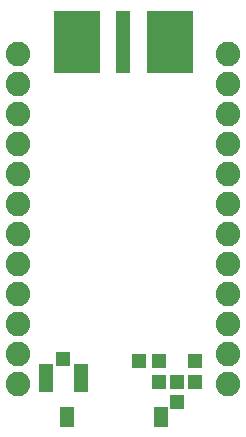
<source format=gts>
G75*
G70*
%OFA0B0*%
%FSLAX24Y24*%
%IPPOS*%
%LPD*%
%AMOC8*
5,1,8,0,0,1.08239X$1,22.5*
%
%ADD10C,0.0820*%
%ADD11R,0.0474X0.0513*%
%ADD12R,0.0493X0.0946*%
%ADD13R,0.0474X0.0493*%
%ADD14R,0.0513X0.0474*%
%ADD15R,0.0474X0.0671*%
%ADD16R,0.0480X0.2080*%
%ADD17R,0.1580X0.2080*%
D10*
X001487Y001833D03*
X001487Y002833D03*
X001487Y003833D03*
X001487Y004833D03*
X001487Y005833D03*
X001487Y006833D03*
X001487Y007833D03*
X001487Y008833D03*
X001487Y009833D03*
X001487Y010833D03*
X001487Y011833D03*
X001487Y012833D03*
X008487Y012833D03*
X008487Y011833D03*
X008487Y010833D03*
X008487Y009833D03*
X008487Y008833D03*
X008487Y007833D03*
X008487Y006833D03*
X008487Y005833D03*
X008487Y004833D03*
X008487Y003833D03*
X008487Y002833D03*
X008487Y001833D03*
D11*
X007387Y001898D03*
X007387Y002568D03*
X006787Y001888D03*
X006787Y001218D03*
X006187Y001898D03*
X006187Y002568D03*
D12*
X003567Y002033D03*
X002406Y002033D03*
D13*
X002987Y002634D03*
D14*
X005512Y002593D03*
X006181Y002593D03*
D15*
X006261Y000733D03*
X003112Y000733D03*
D16*
X004987Y013233D03*
D17*
X006537Y013233D03*
X003437Y013233D03*
M02*

</source>
